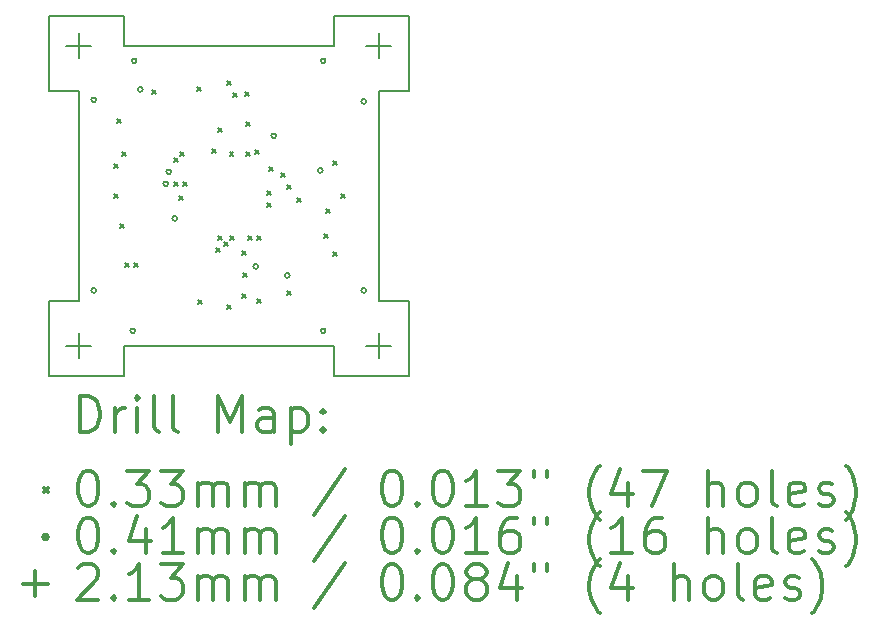
<source format=gbr>
%FSLAX45Y45*%
G04 Gerber Fmt 4.5, Leading zero omitted, Abs format (unit mm)*
G04 Created by KiCad (PCBNEW 4.0.0-rc1-stable) date 10/19/2015 7:45:26 PM*
%MOMM*%
G01*
G04 APERTURE LIST*
%ADD10C,0.127000*%
%ADD11C,0.150000*%
%ADD12C,0.200000*%
%ADD13C,0.300000*%
G04 APERTURE END LIST*
D10*
D11*
X13081000Y-9906000D02*
X13081000Y-10160000D01*
X12446000Y-9906000D02*
X13081000Y-9906000D01*
X12446000Y-10541000D02*
X12446000Y-9906000D01*
X12700000Y-10541000D02*
X12446000Y-10541000D01*
X12700000Y-12319000D02*
X12700000Y-10541000D01*
X14859000Y-12700000D02*
X13081000Y-12700000D01*
X15240000Y-10541000D02*
X15240000Y-12319000D01*
X14859000Y-10160000D02*
X13081000Y-10160000D01*
X15494000Y-10541000D02*
X15240000Y-10541000D01*
X15494000Y-9906000D02*
X15494000Y-10541000D01*
X14859000Y-9906000D02*
X15494000Y-9906000D01*
X14859000Y-10160000D02*
X14859000Y-9906000D01*
X12446000Y-12319000D02*
X12700000Y-12319000D01*
X12446000Y-12954000D02*
X12446000Y-12319000D01*
X13081000Y-12954000D02*
X12446000Y-12954000D01*
X13081000Y-12700000D02*
X13081000Y-12954000D01*
X14859000Y-12954000D02*
X14859000Y-12700000D01*
X15494000Y-12954000D02*
X14859000Y-12954000D01*
X15494000Y-12319000D02*
X15494000Y-12954000D01*
X15240000Y-12319000D02*
X15494000Y-12319000D01*
D12*
X13000989Y-11159490D02*
X13034009Y-11192510D01*
X13034009Y-11159490D02*
X13000989Y-11192510D01*
X13000990Y-11413490D02*
X13034010Y-11446510D01*
X13034010Y-11413490D02*
X13000990Y-11446510D01*
X13026390Y-10778490D02*
X13059410Y-10811510D01*
X13059410Y-10778490D02*
X13026390Y-10811510D01*
X13051790Y-11667490D02*
X13084810Y-11700510D01*
X13084810Y-11667490D02*
X13051790Y-11700510D01*
X13064490Y-11057890D02*
X13097510Y-11090910D01*
X13097510Y-11057890D02*
X13064490Y-11090910D01*
X13089890Y-11997690D02*
X13122910Y-12030710D01*
X13122910Y-11997690D02*
X13089890Y-12030710D01*
X13167444Y-11997457D02*
X13200464Y-12030477D01*
X13200464Y-11997457D02*
X13167444Y-12030477D01*
X13318490Y-10537190D02*
X13351510Y-10570210D01*
X13351510Y-10537190D02*
X13318490Y-10570210D01*
X13508990Y-11108690D02*
X13542010Y-11141710D01*
X13542010Y-11108690D02*
X13508990Y-11141710D01*
X13508990Y-11311890D02*
X13542010Y-11344910D01*
X13542010Y-11311890D02*
X13508990Y-11344910D01*
X13547090Y-11428732D02*
X13580110Y-11461752D01*
X13580110Y-11428732D02*
X13547090Y-11461752D01*
X13559790Y-11057890D02*
X13592810Y-11090910D01*
X13592810Y-11057890D02*
X13559790Y-11090910D01*
X13585190Y-11311890D02*
X13618210Y-11344910D01*
X13618210Y-11311890D02*
X13585190Y-11344910D01*
X13699490Y-10511790D02*
X13732510Y-10544810D01*
X13732510Y-10511790D02*
X13699490Y-10544810D01*
X13712190Y-12315190D02*
X13745210Y-12348210D01*
X13745210Y-12315190D02*
X13712190Y-12348210D01*
X13826490Y-11032491D02*
X13859510Y-11065511D01*
X13859510Y-11032491D02*
X13826490Y-11065511D01*
X13864590Y-11870690D02*
X13897610Y-11903710D01*
X13897610Y-11870690D02*
X13864590Y-11903710D01*
X13877290Y-10854690D02*
X13910310Y-10887710D01*
X13910310Y-10854690D02*
X13877290Y-10887710D01*
X13877290Y-11769090D02*
X13910310Y-11802110D01*
X13910310Y-11769090D02*
X13877290Y-11802110D01*
X13928090Y-11819890D02*
X13961110Y-11852910D01*
X13961110Y-11819890D02*
X13928090Y-11852910D01*
X13953490Y-12353290D02*
X13986510Y-12386310D01*
X13986510Y-12353290D02*
X13953490Y-12386310D01*
X13953490Y-10460990D02*
X13986510Y-10494010D01*
X13986510Y-10460990D02*
X13953490Y-10494010D01*
X13976751Y-11057890D02*
X14009771Y-11090910D01*
X14009771Y-11057890D02*
X13976751Y-11090910D01*
X13978890Y-11769090D02*
X14011910Y-11802110D01*
X14011910Y-11769090D02*
X13978890Y-11802110D01*
X14004290Y-10560051D02*
X14037310Y-10593071D01*
X14037310Y-10560051D02*
X14004290Y-10593071D01*
X14080490Y-11896090D02*
X14113510Y-11929110D01*
X14113510Y-11896090D02*
X14080490Y-11929110D01*
X14080490Y-12264390D02*
X14113510Y-12297410D01*
X14113510Y-12264390D02*
X14080490Y-12297410D01*
X14093190Y-12086590D02*
X14126210Y-12119610D01*
X14126210Y-12086590D02*
X14093190Y-12119610D01*
X14105889Y-10549890D02*
X14138909Y-10582910D01*
X14138909Y-10549890D02*
X14105889Y-10582910D01*
X14116214Y-10801514D02*
X14149234Y-10834534D01*
X14149234Y-10801514D02*
X14116214Y-10834534D01*
X14118590Y-11057890D02*
X14151610Y-11090910D01*
X14151610Y-11057890D02*
X14118590Y-11090910D01*
X14131290Y-11769090D02*
X14164310Y-11802110D01*
X14164310Y-11769090D02*
X14131290Y-11802110D01*
X14196049Y-11044938D02*
X14229069Y-11077958D01*
X14229069Y-11044938D02*
X14196049Y-11077958D01*
X14207490Y-11769090D02*
X14240510Y-11802110D01*
X14240510Y-11769090D02*
X14207490Y-11802110D01*
X14207490Y-12302490D02*
X14240510Y-12335510D01*
X14240510Y-12302490D02*
X14207490Y-12335510D01*
X14296390Y-11388090D02*
X14329410Y-11421110D01*
X14329410Y-11388090D02*
X14296390Y-11421110D01*
X14296390Y-11489690D02*
X14329410Y-11522710D01*
X14329410Y-11489690D02*
X14296390Y-11522710D01*
X14309090Y-11184890D02*
X14342110Y-11217910D01*
X14342110Y-11184890D02*
X14309090Y-11217910D01*
X14410690Y-11235690D02*
X14443710Y-11268710D01*
X14443710Y-11235690D02*
X14410690Y-11268710D01*
X14461490Y-11337290D02*
X14494510Y-11370310D01*
X14494510Y-11337290D02*
X14461490Y-11370310D01*
X14461490Y-12238990D02*
X14494510Y-12272010D01*
X14494510Y-12238990D02*
X14461490Y-12272010D01*
X14550390Y-11451590D02*
X14583410Y-11484610D01*
X14583410Y-11451590D02*
X14550390Y-11484610D01*
X14778990Y-11756390D02*
X14812010Y-11789410D01*
X14812010Y-11756390D02*
X14778990Y-11789410D01*
X14791690Y-11540490D02*
X14824710Y-11573510D01*
X14824710Y-11540490D02*
X14791690Y-11573510D01*
X14855190Y-11134090D02*
X14888210Y-11167110D01*
X14888210Y-11134090D02*
X14855190Y-11167110D01*
X14855190Y-11908790D02*
X14888210Y-11941810D01*
X14888210Y-11908790D02*
X14855190Y-11941810D01*
X14918690Y-11413490D02*
X14951710Y-11446510D01*
X14951710Y-11413490D02*
X14918690Y-11446510D01*
X12847320Y-10617200D02*
G75*
G03X12847320Y-10617200I-20320J0D01*
G01*
X12847320Y-12230100D02*
G75*
G03X12847320Y-12230100I-20320J0D01*
G01*
X13177520Y-12573000D02*
G75*
G03X13177520Y-12573000I-20320J0D01*
G01*
X13190220Y-10287000D02*
G75*
G03X13190220Y-10287000I-20320J0D01*
G01*
X13241020Y-10528300D02*
G75*
G03X13241020Y-10528300I-20320J0D01*
G01*
X13456920Y-11328400D02*
G75*
G03X13456920Y-11328400I-20320J0D01*
G01*
X13482320Y-11226800D02*
G75*
G03X13482320Y-11226800I-20320J0D01*
G01*
X13533120Y-11620500D02*
G75*
G03X13533120Y-11620500I-20320J0D01*
G01*
X14218921Y-12026900D02*
G75*
G03X14218921Y-12026900I-20320J0D01*
G01*
X14371320Y-10922001D02*
G75*
G03X14371320Y-10922001I-20320J0D01*
G01*
X14485620Y-12103100D02*
G75*
G03X14485620Y-12103100I-20320J0D01*
G01*
X14765020Y-11214100D02*
G75*
G03X14765020Y-11214100I-20320J0D01*
G01*
X14790419Y-10287000D02*
G75*
G03X14790419Y-10287000I-20320J0D01*
G01*
X14790420Y-12573000D02*
G75*
G03X14790420Y-12573000I-20320J0D01*
G01*
X15133320Y-10629900D02*
G75*
G03X15133320Y-10629900I-20320J0D01*
G01*
X15133320Y-12230100D02*
G75*
G03X15133320Y-12230100I-20320J0D01*
G01*
X12700000Y-10053500D02*
X12700000Y-10266500D01*
X12593500Y-10160000D02*
X12806500Y-10160000D01*
X12700000Y-12593500D02*
X12700000Y-12806500D01*
X12593500Y-12700000D02*
X12806500Y-12700000D01*
X15240000Y-10053500D02*
X15240000Y-10266500D01*
X15133500Y-10160000D02*
X15346500Y-10160000D01*
X15240000Y-12593500D02*
X15240000Y-12806500D01*
X15133500Y-12700000D02*
X15346500Y-12700000D01*
D13*
X12709928Y-13427214D02*
X12709928Y-13127214D01*
X12781357Y-13127214D01*
X12824214Y-13141500D01*
X12852786Y-13170071D01*
X12867071Y-13198643D01*
X12881357Y-13255786D01*
X12881357Y-13298643D01*
X12867071Y-13355786D01*
X12852786Y-13384357D01*
X12824214Y-13412929D01*
X12781357Y-13427214D01*
X12709928Y-13427214D01*
X13009928Y-13427214D02*
X13009928Y-13227214D01*
X13009928Y-13284357D02*
X13024214Y-13255786D01*
X13038500Y-13241500D01*
X13067071Y-13227214D01*
X13095643Y-13227214D01*
X13195643Y-13427214D02*
X13195643Y-13227214D01*
X13195643Y-13127214D02*
X13181357Y-13141500D01*
X13195643Y-13155786D01*
X13209928Y-13141500D01*
X13195643Y-13127214D01*
X13195643Y-13155786D01*
X13381357Y-13427214D02*
X13352786Y-13412929D01*
X13338500Y-13384357D01*
X13338500Y-13127214D01*
X13538500Y-13427214D02*
X13509928Y-13412929D01*
X13495643Y-13384357D01*
X13495643Y-13127214D01*
X13881357Y-13427214D02*
X13881357Y-13127214D01*
X13981357Y-13341500D01*
X14081357Y-13127214D01*
X14081357Y-13427214D01*
X14352786Y-13427214D02*
X14352786Y-13270071D01*
X14338500Y-13241500D01*
X14309928Y-13227214D01*
X14252786Y-13227214D01*
X14224214Y-13241500D01*
X14352786Y-13412929D02*
X14324214Y-13427214D01*
X14252786Y-13427214D01*
X14224214Y-13412929D01*
X14209928Y-13384357D01*
X14209928Y-13355786D01*
X14224214Y-13327214D01*
X14252786Y-13312929D01*
X14324214Y-13312929D01*
X14352786Y-13298643D01*
X14495643Y-13227214D02*
X14495643Y-13527214D01*
X14495643Y-13241500D02*
X14524214Y-13227214D01*
X14581357Y-13227214D01*
X14609928Y-13241500D01*
X14624214Y-13255786D01*
X14638500Y-13284357D01*
X14638500Y-13370071D01*
X14624214Y-13398643D01*
X14609928Y-13412929D01*
X14581357Y-13427214D01*
X14524214Y-13427214D01*
X14495643Y-13412929D01*
X14767071Y-13398643D02*
X14781357Y-13412929D01*
X14767071Y-13427214D01*
X14752786Y-13412929D01*
X14767071Y-13398643D01*
X14767071Y-13427214D01*
X14767071Y-13241500D02*
X14781357Y-13255786D01*
X14767071Y-13270071D01*
X14752786Y-13255786D01*
X14767071Y-13241500D01*
X14767071Y-13270071D01*
X12405480Y-13904990D02*
X12438500Y-13938010D01*
X12438500Y-13904990D02*
X12405480Y-13938010D01*
X12767071Y-13757214D02*
X12795643Y-13757214D01*
X12824214Y-13771500D01*
X12838500Y-13785786D01*
X12852786Y-13814357D01*
X12867071Y-13871500D01*
X12867071Y-13942929D01*
X12852786Y-14000071D01*
X12838500Y-14028643D01*
X12824214Y-14042929D01*
X12795643Y-14057214D01*
X12767071Y-14057214D01*
X12738500Y-14042929D01*
X12724214Y-14028643D01*
X12709928Y-14000071D01*
X12695643Y-13942929D01*
X12695643Y-13871500D01*
X12709928Y-13814357D01*
X12724214Y-13785786D01*
X12738500Y-13771500D01*
X12767071Y-13757214D01*
X12995643Y-14028643D02*
X13009928Y-14042929D01*
X12995643Y-14057214D01*
X12981357Y-14042929D01*
X12995643Y-14028643D01*
X12995643Y-14057214D01*
X13109928Y-13757214D02*
X13295643Y-13757214D01*
X13195643Y-13871500D01*
X13238500Y-13871500D01*
X13267071Y-13885786D01*
X13281357Y-13900071D01*
X13295643Y-13928643D01*
X13295643Y-14000071D01*
X13281357Y-14028643D01*
X13267071Y-14042929D01*
X13238500Y-14057214D01*
X13152786Y-14057214D01*
X13124214Y-14042929D01*
X13109928Y-14028643D01*
X13395643Y-13757214D02*
X13581357Y-13757214D01*
X13481357Y-13871500D01*
X13524214Y-13871500D01*
X13552786Y-13885786D01*
X13567071Y-13900071D01*
X13581357Y-13928643D01*
X13581357Y-14000071D01*
X13567071Y-14028643D01*
X13552786Y-14042929D01*
X13524214Y-14057214D01*
X13438500Y-14057214D01*
X13409928Y-14042929D01*
X13395643Y-14028643D01*
X13709928Y-14057214D02*
X13709928Y-13857214D01*
X13709928Y-13885786D02*
X13724214Y-13871500D01*
X13752786Y-13857214D01*
X13795643Y-13857214D01*
X13824214Y-13871500D01*
X13838500Y-13900071D01*
X13838500Y-14057214D01*
X13838500Y-13900071D02*
X13852786Y-13871500D01*
X13881357Y-13857214D01*
X13924214Y-13857214D01*
X13952786Y-13871500D01*
X13967071Y-13900071D01*
X13967071Y-14057214D01*
X14109928Y-14057214D02*
X14109928Y-13857214D01*
X14109928Y-13885786D02*
X14124214Y-13871500D01*
X14152786Y-13857214D01*
X14195643Y-13857214D01*
X14224214Y-13871500D01*
X14238500Y-13900071D01*
X14238500Y-14057214D01*
X14238500Y-13900071D02*
X14252786Y-13871500D01*
X14281357Y-13857214D01*
X14324214Y-13857214D01*
X14352786Y-13871500D01*
X14367071Y-13900071D01*
X14367071Y-14057214D01*
X14952786Y-13742929D02*
X14695643Y-14128643D01*
X15338500Y-13757214D02*
X15367071Y-13757214D01*
X15395643Y-13771500D01*
X15409928Y-13785786D01*
X15424214Y-13814357D01*
X15438500Y-13871500D01*
X15438500Y-13942929D01*
X15424214Y-14000071D01*
X15409928Y-14028643D01*
X15395643Y-14042929D01*
X15367071Y-14057214D01*
X15338500Y-14057214D01*
X15309928Y-14042929D01*
X15295643Y-14028643D01*
X15281357Y-14000071D01*
X15267071Y-13942929D01*
X15267071Y-13871500D01*
X15281357Y-13814357D01*
X15295643Y-13785786D01*
X15309928Y-13771500D01*
X15338500Y-13757214D01*
X15567071Y-14028643D02*
X15581357Y-14042929D01*
X15567071Y-14057214D01*
X15552786Y-14042929D01*
X15567071Y-14028643D01*
X15567071Y-14057214D01*
X15767071Y-13757214D02*
X15795643Y-13757214D01*
X15824214Y-13771500D01*
X15838500Y-13785786D01*
X15852785Y-13814357D01*
X15867071Y-13871500D01*
X15867071Y-13942929D01*
X15852785Y-14000071D01*
X15838500Y-14028643D01*
X15824214Y-14042929D01*
X15795643Y-14057214D01*
X15767071Y-14057214D01*
X15738500Y-14042929D01*
X15724214Y-14028643D01*
X15709928Y-14000071D01*
X15695643Y-13942929D01*
X15695643Y-13871500D01*
X15709928Y-13814357D01*
X15724214Y-13785786D01*
X15738500Y-13771500D01*
X15767071Y-13757214D01*
X16152785Y-14057214D02*
X15981357Y-14057214D01*
X16067071Y-14057214D02*
X16067071Y-13757214D01*
X16038500Y-13800071D01*
X16009928Y-13828643D01*
X15981357Y-13842929D01*
X16252785Y-13757214D02*
X16438500Y-13757214D01*
X16338500Y-13871500D01*
X16381357Y-13871500D01*
X16409928Y-13885786D01*
X16424214Y-13900071D01*
X16438500Y-13928643D01*
X16438500Y-14000071D01*
X16424214Y-14028643D01*
X16409928Y-14042929D01*
X16381357Y-14057214D01*
X16295643Y-14057214D01*
X16267071Y-14042929D01*
X16252785Y-14028643D01*
X16552786Y-13757214D02*
X16552786Y-13814357D01*
X16667071Y-13757214D02*
X16667071Y-13814357D01*
X17109928Y-14171500D02*
X17095643Y-14157214D01*
X17067071Y-14114357D01*
X17052786Y-14085786D01*
X17038500Y-14042929D01*
X17024214Y-13971500D01*
X17024214Y-13914357D01*
X17038500Y-13842929D01*
X17052786Y-13800071D01*
X17067071Y-13771500D01*
X17095643Y-13728643D01*
X17109928Y-13714357D01*
X17352786Y-13857214D02*
X17352786Y-14057214D01*
X17281357Y-13742929D02*
X17209928Y-13957214D01*
X17395643Y-13957214D01*
X17481357Y-13757214D02*
X17681357Y-13757214D01*
X17552786Y-14057214D01*
X18024214Y-14057214D02*
X18024214Y-13757214D01*
X18152786Y-14057214D02*
X18152786Y-13900071D01*
X18138500Y-13871500D01*
X18109928Y-13857214D01*
X18067071Y-13857214D01*
X18038500Y-13871500D01*
X18024214Y-13885786D01*
X18338500Y-14057214D02*
X18309928Y-14042929D01*
X18295643Y-14028643D01*
X18281357Y-14000071D01*
X18281357Y-13914357D01*
X18295643Y-13885786D01*
X18309928Y-13871500D01*
X18338500Y-13857214D01*
X18381357Y-13857214D01*
X18409928Y-13871500D01*
X18424214Y-13885786D01*
X18438500Y-13914357D01*
X18438500Y-14000071D01*
X18424214Y-14028643D01*
X18409928Y-14042929D01*
X18381357Y-14057214D01*
X18338500Y-14057214D01*
X18609928Y-14057214D02*
X18581357Y-14042929D01*
X18567071Y-14014357D01*
X18567071Y-13757214D01*
X18838500Y-14042929D02*
X18809929Y-14057214D01*
X18752786Y-14057214D01*
X18724214Y-14042929D01*
X18709929Y-14014357D01*
X18709929Y-13900071D01*
X18724214Y-13871500D01*
X18752786Y-13857214D01*
X18809929Y-13857214D01*
X18838500Y-13871500D01*
X18852786Y-13900071D01*
X18852786Y-13928643D01*
X18709929Y-13957214D01*
X18967071Y-14042929D02*
X18995643Y-14057214D01*
X19052786Y-14057214D01*
X19081357Y-14042929D01*
X19095643Y-14014357D01*
X19095643Y-14000071D01*
X19081357Y-13971500D01*
X19052786Y-13957214D01*
X19009929Y-13957214D01*
X18981357Y-13942929D01*
X18967071Y-13914357D01*
X18967071Y-13900071D01*
X18981357Y-13871500D01*
X19009929Y-13857214D01*
X19052786Y-13857214D01*
X19081357Y-13871500D01*
X19195643Y-14171500D02*
X19209929Y-14157214D01*
X19238500Y-14114357D01*
X19252786Y-14085786D01*
X19267071Y-14042929D01*
X19281357Y-13971500D01*
X19281357Y-13914357D01*
X19267071Y-13842929D01*
X19252786Y-13800071D01*
X19238500Y-13771500D01*
X19209929Y-13728643D01*
X19195643Y-13714357D01*
X12438500Y-14317500D02*
G75*
G03X12438500Y-14317500I-20320J0D01*
G01*
X12767071Y-14153214D02*
X12795643Y-14153214D01*
X12824214Y-14167500D01*
X12838500Y-14181786D01*
X12852786Y-14210357D01*
X12867071Y-14267500D01*
X12867071Y-14338929D01*
X12852786Y-14396071D01*
X12838500Y-14424643D01*
X12824214Y-14438929D01*
X12795643Y-14453214D01*
X12767071Y-14453214D01*
X12738500Y-14438929D01*
X12724214Y-14424643D01*
X12709928Y-14396071D01*
X12695643Y-14338929D01*
X12695643Y-14267500D01*
X12709928Y-14210357D01*
X12724214Y-14181786D01*
X12738500Y-14167500D01*
X12767071Y-14153214D01*
X12995643Y-14424643D02*
X13009928Y-14438929D01*
X12995643Y-14453214D01*
X12981357Y-14438929D01*
X12995643Y-14424643D01*
X12995643Y-14453214D01*
X13267071Y-14253214D02*
X13267071Y-14453214D01*
X13195643Y-14138929D02*
X13124214Y-14353214D01*
X13309928Y-14353214D01*
X13581357Y-14453214D02*
X13409928Y-14453214D01*
X13495643Y-14453214D02*
X13495643Y-14153214D01*
X13467071Y-14196071D01*
X13438500Y-14224643D01*
X13409928Y-14238929D01*
X13709928Y-14453214D02*
X13709928Y-14253214D01*
X13709928Y-14281786D02*
X13724214Y-14267500D01*
X13752786Y-14253214D01*
X13795643Y-14253214D01*
X13824214Y-14267500D01*
X13838500Y-14296071D01*
X13838500Y-14453214D01*
X13838500Y-14296071D02*
X13852786Y-14267500D01*
X13881357Y-14253214D01*
X13924214Y-14253214D01*
X13952786Y-14267500D01*
X13967071Y-14296071D01*
X13967071Y-14453214D01*
X14109928Y-14453214D02*
X14109928Y-14253214D01*
X14109928Y-14281786D02*
X14124214Y-14267500D01*
X14152786Y-14253214D01*
X14195643Y-14253214D01*
X14224214Y-14267500D01*
X14238500Y-14296071D01*
X14238500Y-14453214D01*
X14238500Y-14296071D02*
X14252786Y-14267500D01*
X14281357Y-14253214D01*
X14324214Y-14253214D01*
X14352786Y-14267500D01*
X14367071Y-14296071D01*
X14367071Y-14453214D01*
X14952786Y-14138929D02*
X14695643Y-14524643D01*
X15338500Y-14153214D02*
X15367071Y-14153214D01*
X15395643Y-14167500D01*
X15409928Y-14181786D01*
X15424214Y-14210357D01*
X15438500Y-14267500D01*
X15438500Y-14338929D01*
X15424214Y-14396071D01*
X15409928Y-14424643D01*
X15395643Y-14438929D01*
X15367071Y-14453214D01*
X15338500Y-14453214D01*
X15309928Y-14438929D01*
X15295643Y-14424643D01*
X15281357Y-14396071D01*
X15267071Y-14338929D01*
X15267071Y-14267500D01*
X15281357Y-14210357D01*
X15295643Y-14181786D01*
X15309928Y-14167500D01*
X15338500Y-14153214D01*
X15567071Y-14424643D02*
X15581357Y-14438929D01*
X15567071Y-14453214D01*
X15552786Y-14438929D01*
X15567071Y-14424643D01*
X15567071Y-14453214D01*
X15767071Y-14153214D02*
X15795643Y-14153214D01*
X15824214Y-14167500D01*
X15838500Y-14181786D01*
X15852785Y-14210357D01*
X15867071Y-14267500D01*
X15867071Y-14338929D01*
X15852785Y-14396071D01*
X15838500Y-14424643D01*
X15824214Y-14438929D01*
X15795643Y-14453214D01*
X15767071Y-14453214D01*
X15738500Y-14438929D01*
X15724214Y-14424643D01*
X15709928Y-14396071D01*
X15695643Y-14338929D01*
X15695643Y-14267500D01*
X15709928Y-14210357D01*
X15724214Y-14181786D01*
X15738500Y-14167500D01*
X15767071Y-14153214D01*
X16152785Y-14453214D02*
X15981357Y-14453214D01*
X16067071Y-14453214D02*
X16067071Y-14153214D01*
X16038500Y-14196071D01*
X16009928Y-14224643D01*
X15981357Y-14238929D01*
X16409928Y-14153214D02*
X16352785Y-14153214D01*
X16324214Y-14167500D01*
X16309928Y-14181786D01*
X16281357Y-14224643D01*
X16267071Y-14281786D01*
X16267071Y-14396071D01*
X16281357Y-14424643D01*
X16295643Y-14438929D01*
X16324214Y-14453214D01*
X16381357Y-14453214D01*
X16409928Y-14438929D01*
X16424214Y-14424643D01*
X16438500Y-14396071D01*
X16438500Y-14324643D01*
X16424214Y-14296071D01*
X16409928Y-14281786D01*
X16381357Y-14267500D01*
X16324214Y-14267500D01*
X16295643Y-14281786D01*
X16281357Y-14296071D01*
X16267071Y-14324643D01*
X16552786Y-14153214D02*
X16552786Y-14210357D01*
X16667071Y-14153214D02*
X16667071Y-14210357D01*
X17109928Y-14567500D02*
X17095643Y-14553214D01*
X17067071Y-14510357D01*
X17052786Y-14481786D01*
X17038500Y-14438929D01*
X17024214Y-14367500D01*
X17024214Y-14310357D01*
X17038500Y-14238929D01*
X17052786Y-14196071D01*
X17067071Y-14167500D01*
X17095643Y-14124643D01*
X17109928Y-14110357D01*
X17381357Y-14453214D02*
X17209928Y-14453214D01*
X17295643Y-14453214D02*
X17295643Y-14153214D01*
X17267071Y-14196071D01*
X17238500Y-14224643D01*
X17209928Y-14238929D01*
X17638500Y-14153214D02*
X17581357Y-14153214D01*
X17552786Y-14167500D01*
X17538500Y-14181786D01*
X17509928Y-14224643D01*
X17495643Y-14281786D01*
X17495643Y-14396071D01*
X17509928Y-14424643D01*
X17524214Y-14438929D01*
X17552786Y-14453214D01*
X17609928Y-14453214D01*
X17638500Y-14438929D01*
X17652786Y-14424643D01*
X17667071Y-14396071D01*
X17667071Y-14324643D01*
X17652786Y-14296071D01*
X17638500Y-14281786D01*
X17609928Y-14267500D01*
X17552786Y-14267500D01*
X17524214Y-14281786D01*
X17509928Y-14296071D01*
X17495643Y-14324643D01*
X18024214Y-14453214D02*
X18024214Y-14153214D01*
X18152786Y-14453214D02*
X18152786Y-14296071D01*
X18138500Y-14267500D01*
X18109928Y-14253214D01*
X18067071Y-14253214D01*
X18038500Y-14267500D01*
X18024214Y-14281786D01*
X18338500Y-14453214D02*
X18309928Y-14438929D01*
X18295643Y-14424643D01*
X18281357Y-14396071D01*
X18281357Y-14310357D01*
X18295643Y-14281786D01*
X18309928Y-14267500D01*
X18338500Y-14253214D01*
X18381357Y-14253214D01*
X18409928Y-14267500D01*
X18424214Y-14281786D01*
X18438500Y-14310357D01*
X18438500Y-14396071D01*
X18424214Y-14424643D01*
X18409928Y-14438929D01*
X18381357Y-14453214D01*
X18338500Y-14453214D01*
X18609928Y-14453214D02*
X18581357Y-14438929D01*
X18567071Y-14410357D01*
X18567071Y-14153214D01*
X18838500Y-14438929D02*
X18809929Y-14453214D01*
X18752786Y-14453214D01*
X18724214Y-14438929D01*
X18709929Y-14410357D01*
X18709929Y-14296071D01*
X18724214Y-14267500D01*
X18752786Y-14253214D01*
X18809929Y-14253214D01*
X18838500Y-14267500D01*
X18852786Y-14296071D01*
X18852786Y-14324643D01*
X18709929Y-14353214D01*
X18967071Y-14438929D02*
X18995643Y-14453214D01*
X19052786Y-14453214D01*
X19081357Y-14438929D01*
X19095643Y-14410357D01*
X19095643Y-14396071D01*
X19081357Y-14367500D01*
X19052786Y-14353214D01*
X19009929Y-14353214D01*
X18981357Y-14338929D01*
X18967071Y-14310357D01*
X18967071Y-14296071D01*
X18981357Y-14267500D01*
X19009929Y-14253214D01*
X19052786Y-14253214D01*
X19081357Y-14267500D01*
X19195643Y-14567500D02*
X19209929Y-14553214D01*
X19238500Y-14510357D01*
X19252786Y-14481786D01*
X19267071Y-14438929D01*
X19281357Y-14367500D01*
X19281357Y-14310357D01*
X19267071Y-14238929D01*
X19252786Y-14196071D01*
X19238500Y-14167500D01*
X19209929Y-14124643D01*
X19195643Y-14110357D01*
X12332000Y-14607000D02*
X12332000Y-14820000D01*
X12225500Y-14713500D02*
X12438500Y-14713500D01*
X12695643Y-14577786D02*
X12709928Y-14563500D01*
X12738500Y-14549214D01*
X12809928Y-14549214D01*
X12838500Y-14563500D01*
X12852786Y-14577786D01*
X12867071Y-14606357D01*
X12867071Y-14634929D01*
X12852786Y-14677786D01*
X12681357Y-14849214D01*
X12867071Y-14849214D01*
X12995643Y-14820643D02*
X13009928Y-14834929D01*
X12995643Y-14849214D01*
X12981357Y-14834929D01*
X12995643Y-14820643D01*
X12995643Y-14849214D01*
X13295643Y-14849214D02*
X13124214Y-14849214D01*
X13209928Y-14849214D02*
X13209928Y-14549214D01*
X13181357Y-14592071D01*
X13152786Y-14620643D01*
X13124214Y-14634929D01*
X13395643Y-14549214D02*
X13581357Y-14549214D01*
X13481357Y-14663500D01*
X13524214Y-14663500D01*
X13552786Y-14677786D01*
X13567071Y-14692071D01*
X13581357Y-14720643D01*
X13581357Y-14792071D01*
X13567071Y-14820643D01*
X13552786Y-14834929D01*
X13524214Y-14849214D01*
X13438500Y-14849214D01*
X13409928Y-14834929D01*
X13395643Y-14820643D01*
X13709928Y-14849214D02*
X13709928Y-14649214D01*
X13709928Y-14677786D02*
X13724214Y-14663500D01*
X13752786Y-14649214D01*
X13795643Y-14649214D01*
X13824214Y-14663500D01*
X13838500Y-14692071D01*
X13838500Y-14849214D01*
X13838500Y-14692071D02*
X13852786Y-14663500D01*
X13881357Y-14649214D01*
X13924214Y-14649214D01*
X13952786Y-14663500D01*
X13967071Y-14692071D01*
X13967071Y-14849214D01*
X14109928Y-14849214D02*
X14109928Y-14649214D01*
X14109928Y-14677786D02*
X14124214Y-14663500D01*
X14152786Y-14649214D01*
X14195643Y-14649214D01*
X14224214Y-14663500D01*
X14238500Y-14692071D01*
X14238500Y-14849214D01*
X14238500Y-14692071D02*
X14252786Y-14663500D01*
X14281357Y-14649214D01*
X14324214Y-14649214D01*
X14352786Y-14663500D01*
X14367071Y-14692071D01*
X14367071Y-14849214D01*
X14952786Y-14534929D02*
X14695643Y-14920643D01*
X15338500Y-14549214D02*
X15367071Y-14549214D01*
X15395643Y-14563500D01*
X15409928Y-14577786D01*
X15424214Y-14606357D01*
X15438500Y-14663500D01*
X15438500Y-14734929D01*
X15424214Y-14792071D01*
X15409928Y-14820643D01*
X15395643Y-14834929D01*
X15367071Y-14849214D01*
X15338500Y-14849214D01*
X15309928Y-14834929D01*
X15295643Y-14820643D01*
X15281357Y-14792071D01*
X15267071Y-14734929D01*
X15267071Y-14663500D01*
X15281357Y-14606357D01*
X15295643Y-14577786D01*
X15309928Y-14563500D01*
X15338500Y-14549214D01*
X15567071Y-14820643D02*
X15581357Y-14834929D01*
X15567071Y-14849214D01*
X15552786Y-14834929D01*
X15567071Y-14820643D01*
X15567071Y-14849214D01*
X15767071Y-14549214D02*
X15795643Y-14549214D01*
X15824214Y-14563500D01*
X15838500Y-14577786D01*
X15852785Y-14606357D01*
X15867071Y-14663500D01*
X15867071Y-14734929D01*
X15852785Y-14792071D01*
X15838500Y-14820643D01*
X15824214Y-14834929D01*
X15795643Y-14849214D01*
X15767071Y-14849214D01*
X15738500Y-14834929D01*
X15724214Y-14820643D01*
X15709928Y-14792071D01*
X15695643Y-14734929D01*
X15695643Y-14663500D01*
X15709928Y-14606357D01*
X15724214Y-14577786D01*
X15738500Y-14563500D01*
X15767071Y-14549214D01*
X16038500Y-14677786D02*
X16009928Y-14663500D01*
X15995643Y-14649214D01*
X15981357Y-14620643D01*
X15981357Y-14606357D01*
X15995643Y-14577786D01*
X16009928Y-14563500D01*
X16038500Y-14549214D01*
X16095643Y-14549214D01*
X16124214Y-14563500D01*
X16138500Y-14577786D01*
X16152785Y-14606357D01*
X16152785Y-14620643D01*
X16138500Y-14649214D01*
X16124214Y-14663500D01*
X16095643Y-14677786D01*
X16038500Y-14677786D01*
X16009928Y-14692071D01*
X15995643Y-14706357D01*
X15981357Y-14734929D01*
X15981357Y-14792071D01*
X15995643Y-14820643D01*
X16009928Y-14834929D01*
X16038500Y-14849214D01*
X16095643Y-14849214D01*
X16124214Y-14834929D01*
X16138500Y-14820643D01*
X16152785Y-14792071D01*
X16152785Y-14734929D01*
X16138500Y-14706357D01*
X16124214Y-14692071D01*
X16095643Y-14677786D01*
X16409928Y-14649214D02*
X16409928Y-14849214D01*
X16338500Y-14534929D02*
X16267071Y-14749214D01*
X16452785Y-14749214D01*
X16552786Y-14549214D02*
X16552786Y-14606357D01*
X16667071Y-14549214D02*
X16667071Y-14606357D01*
X17109928Y-14963500D02*
X17095643Y-14949214D01*
X17067071Y-14906357D01*
X17052786Y-14877786D01*
X17038500Y-14834929D01*
X17024214Y-14763500D01*
X17024214Y-14706357D01*
X17038500Y-14634929D01*
X17052786Y-14592071D01*
X17067071Y-14563500D01*
X17095643Y-14520643D01*
X17109928Y-14506357D01*
X17352786Y-14649214D02*
X17352786Y-14849214D01*
X17281357Y-14534929D02*
X17209928Y-14749214D01*
X17395643Y-14749214D01*
X17738500Y-14849214D02*
X17738500Y-14549214D01*
X17867071Y-14849214D02*
X17867071Y-14692071D01*
X17852786Y-14663500D01*
X17824214Y-14649214D01*
X17781357Y-14649214D01*
X17752786Y-14663500D01*
X17738500Y-14677786D01*
X18052786Y-14849214D02*
X18024214Y-14834929D01*
X18009928Y-14820643D01*
X17995643Y-14792071D01*
X17995643Y-14706357D01*
X18009928Y-14677786D01*
X18024214Y-14663500D01*
X18052786Y-14649214D01*
X18095643Y-14649214D01*
X18124214Y-14663500D01*
X18138500Y-14677786D01*
X18152786Y-14706357D01*
X18152786Y-14792071D01*
X18138500Y-14820643D01*
X18124214Y-14834929D01*
X18095643Y-14849214D01*
X18052786Y-14849214D01*
X18324214Y-14849214D02*
X18295643Y-14834929D01*
X18281357Y-14806357D01*
X18281357Y-14549214D01*
X18552786Y-14834929D02*
X18524214Y-14849214D01*
X18467071Y-14849214D01*
X18438500Y-14834929D01*
X18424214Y-14806357D01*
X18424214Y-14692071D01*
X18438500Y-14663500D01*
X18467071Y-14649214D01*
X18524214Y-14649214D01*
X18552786Y-14663500D01*
X18567071Y-14692071D01*
X18567071Y-14720643D01*
X18424214Y-14749214D01*
X18681357Y-14834929D02*
X18709929Y-14849214D01*
X18767071Y-14849214D01*
X18795643Y-14834929D01*
X18809929Y-14806357D01*
X18809929Y-14792071D01*
X18795643Y-14763500D01*
X18767071Y-14749214D01*
X18724214Y-14749214D01*
X18695643Y-14734929D01*
X18681357Y-14706357D01*
X18681357Y-14692071D01*
X18695643Y-14663500D01*
X18724214Y-14649214D01*
X18767071Y-14649214D01*
X18795643Y-14663500D01*
X18909928Y-14963500D02*
X18924214Y-14949214D01*
X18952786Y-14906357D01*
X18967071Y-14877786D01*
X18981357Y-14834929D01*
X18995643Y-14763500D01*
X18995643Y-14706357D01*
X18981357Y-14634929D01*
X18967071Y-14592071D01*
X18952786Y-14563500D01*
X18924214Y-14520643D01*
X18909928Y-14506357D01*
M02*

</source>
